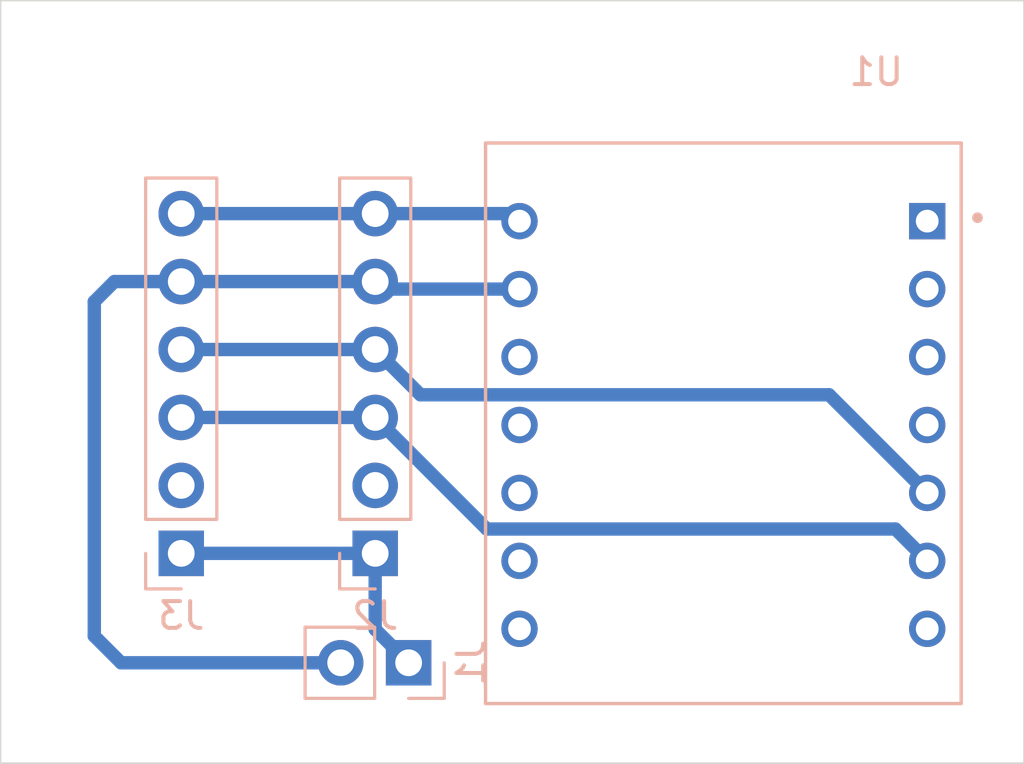
<source format=kicad_pcb>
(kicad_pcb (version 20240108) (generator "pcbnew") (generator_version "8.0")
  (layers (0 "F.Cu" signal) (31 "B.Cu" signal) (34 "B.Paste" user) (35 "F.Paste" user) (36 "B.SilkS" user "B.Silkscreen") (37 "F.SilkS" user "F.Silkscreen") (38 "B.Mask" user) (39 "F.Mask" user) (44 "Edge.Cuts" user))
  (net 0 "")
  (net 1 "GND")
  (net 2 "+5V")
  (net 3 "SDA")
  (net 4 "SCL")
  (net 5 "+3V3")
  (footprint "ESP32C3XIAO:ESP32C3XIAO" (layer "B.Cu") (at 139.015 80.5475 180)
    (property "Reference" "U1" (at -5.715 13.135 0) (layer "B.SilkS") (effects (justify mirror)))
    (property "Value" "ESP32C3XIAO" (hide yes))
    (fp_line (start 8.89 10.4775) (end -8.89 10.4775) (stroke (width 0.127)) (layer "B.SilkS"))
    (fp_line (start 8.89 -10.4775) (end 8.89 10.4775) (stroke (width 0.127)) (layer "B.SilkS"))
    (fp_line (start -8.89 10.4775) (end -8.89 -10.4775) (stroke (width 0.127)) (layer "B.SilkS"))
    (fp_line (start -8.89 -10.4775) (end 8.89 -10.4775) (stroke (width 0.127)) (layer "B.SilkS"))
    (fp_circle (center -9.5 7.6835) (end -9.4 7.6835) (stroke (width 0.2)) (fill none) (layer "B.SilkS"))
    (pad "1" thru_hole rect (at -7.62 7.5565 180) (size 1.358 1.358) (drill 0.85) (layers "*.Cu" "*.Mask"))
    (pad "2" thru_hole circle (at -7.62 5.0165 180) (size 1.358 1.358) (drill 0.85) (layers "*.Cu" "*.Mask"))
    (pad "3" thru_hole circle (at -7.62 2.4765 180) (size 1.358 1.358) (drill 0.85) (layers "*.Cu" "*.Mask"))
    (pad "4" thru_hole circle (at -7.62 -0.0635 180) (size 1.358 1.358) (drill 0.85) (layers "*.Cu" "*.Mask"))
    (pad "5" thru_hole circle (at -7.62 -2.6035 180) (size 1.358 1.358) (drill 0.85) (layers "*.Cu" "*.Mask") (net 3 "SDA"))
    (pad "6" thru_hole circle (at -7.62 -5.1435 180) (size 1.358 1.358) (drill 0.85) (layers "*.Cu" "*.Mask") (net 4 "SCL"))
    (pad "7" thru_hole circle (at -7.62 -7.6835 180) (size 1.358 1.358) (drill 0.85) (layers "*.Cu" "*.Mask"))
    (pad "8" thru_hole circle (at 7.62 -7.6835 180) (size 1.358 1.358) (drill 0.85) (layers "*.Cu" "*.Mask"))
    (pad "9" thru_hole circle (at 7.62 -5.1435 180) (size 1.358 1.358) (drill 0.85) (layers "*.Cu" "*.Mask"))
    (pad "10" thru_hole circle (at 7.62 -2.6035 180) (size 1.358 1.358) (drill 0.85) (layers "*.Cu" "*.Mask"))
    (pad "11" thru_hole circle (at 7.62 -0.0635 180) (size 1.358 1.358) (drill 0.85) (layers "*.Cu" "*.Mask"))
    (pad "12" thru_hole circle (at 7.62 2.4765 180) (size 1.358 1.358) (drill 0.85) (layers "*.Cu" "*.Mask"))
    (pad "13" thru_hole circle (at 7.62 5.0165 180) (size 1.358 1.358) (drill 0.85) (layers "*.Cu" "*.Mask") (net 1 "GND"))
    (pad "14" thru_hole circle (at 7.62 7.5565 180) (size 1.358 1.358) (drill 0.85) (layers "*.Cu" "*.Mask") (net 5 "+3V3"))
  )
  (footprint "Connector_PinHeader_2.54mm:PinHeader_1x06_P2.54mm_Vertical" (layer "B.Cu") (at 118.75 85.41)
    (property "Reference" "J3" (at 0 2.33 360) (layer "B.SilkS") (effects (justify mirror)))
    (property "Value" "Conn_01x06_Pin" (hide yes))
    (fp_line (start -1.33 -14.03) (end -1.33 -1.27) (stroke (width 0.12)) (layer "B.SilkS"))
    (fp_line (start -1.33 1.33) (end -1.33 0) (stroke (width 0.12)) (layer "B.SilkS"))
    (fp_line (start 0 1.33) (end -1.33 1.33) (stroke (width 0.12)) (layer "B.SilkS"))
    (fp_line (start 1.33 -14.03) (end -1.33 -14.03) (stroke (width 0.12)) (layer "B.SilkS"))
    (fp_line (start 1.33 -14.03) (end 1.33 -1.27) (stroke (width 0.12)) (layer "B.SilkS"))
    (fp_line (start 1.33 -1.27) (end -1.33 -1.27) (stroke (width 0.12)) (layer "B.SilkS"))
    (pad "1" thru_hole rect (at 0 0) (size 1.7 1.7) (drill 1) (layers "*.Cu" "*.Mask") (net 2 "+5V"))
    (pad "2" thru_hole oval (at 0 -2.54) (size 1.7 1.7) (drill 1) (layers "*.Cu" "*.Mask"))
    (pad "3" thru_hole oval (at 0 -5.08) (size 1.7 1.7) (drill 1) (layers "*.Cu" "*.Mask") (net 4 "SCL"))
    (pad "4" thru_hole oval (at 0 -7.62) (size 1.7 1.7) (drill 1) (layers "*.Cu" "*.Mask") (net 3 "SDA"))
    (pad "5" thru_hole oval (at 0 -10.16) (size 1.7 1.7) (drill 1) (layers "*.Cu" "*.Mask") (net 1 "GND"))
    (pad "6" thru_hole oval (at 0 -12.7) (size 1.7 1.7) (drill 1) (layers "*.Cu" "*.Mask") (net 5 "+3V3"))
  )
  (footprint "Connector_PinHeader_2.54mm:PinHeader_1x02_P2.54mm_Vertical" (layer "B.Cu") (at 127.25 89.5 90)
    (property "Reference" "J1" (at 0 2.33 90) (layer "B.SilkS") (effects (justify mirror)))
    (property "Value" "Conn_01x02_Pin" (hide yes))
    (fp_line (start 1.33 -3.87) (end -1.33 -3.87) (stroke (width 0.12)) (layer "B.SilkS"))
    (fp_line (start 1.33 -3.87) (end 1.33 -1.27) (stroke (width 0.12)) (layer "B.SilkS"))
    (fp_line (start -1.33 -3.87) (end -1.33 -1.27) (stroke (width 0.12)) (layer "B.SilkS"))
    (fp_line (start 1.33 -1.27) (end -1.33 -1.27) (stroke (width 0.12)) (layer "B.SilkS"))
    (fp_line (start 0 1.33) (end -1.33 1.33) (stroke (width 0.12)) (layer "B.SilkS"))
    (fp_line (start -1.33 1.33) (end -1.33 0) (stroke (width 0.12)) (layer "B.SilkS"))
    (pad "1" thru_hole rect (at 0 0 90) (size 1.7 1.7) (drill 1) (layers "*.Cu" "*.Mask") (net 2 "+5V"))
    (pad "2" thru_hole oval (at 0 -2.54 90) (size 1.7 1.7) (drill 1) (layers "*.Cu" "*.Mask") (net 1 "GND"))
  )
  (footprint "Connector_PinHeader_2.54mm:PinHeader_1x06_P2.54mm_Vertical" (layer "B.Cu") (at 126 85.41)
    (property "Reference" "J2" (at 0 2.33 0) (layer "B.SilkS") (effects (justify mirror)))
    (property "Value" "Conn_01x06_Pin" (hide yes))
    (fp_line (start -1.33 -14.03) (end -1.33 -1.27) (stroke (width 0.12)) (layer "B.SilkS"))
    (fp_line (start -1.33 1.33) (end -1.33 0) (stroke (width 0.12)) (layer "B.SilkS"))
    (fp_line (start 0 1.33) (end -1.33 1.33) (stroke (width 0.12)) (layer "B.SilkS"))
    (fp_line (start 1.33 -14.03) (end -1.33 -14.03) (stroke (width 0.12)) (layer "B.SilkS"))
    (fp_line (start 1.33 -14.03) (end 1.33 -1.27) (stroke (width 0.12)) (layer "B.SilkS"))
    (fp_line (start 1.33 -1.27) (end -1.33 -1.27) (stroke (width 0.12)) (layer "B.SilkS"))
    (pad "1" thru_hole rect (at 0 0) (size 1.7 1.7) (drill 1) (layers "*.Cu" "*.Mask") (net 2 "+5V"))
    (pad "2" thru_hole oval (at 0 -2.54) (size 1.7 1.7) (drill 1) (layers "*.Cu" "*.Mask"))
    (pad "3" thru_hole oval (at 0 -5.08) (size 1.7 1.7) (drill 1) (layers "*.Cu" "*.Mask") (net 4 "SCL"))
    (pad "4" thru_hole oval (at 0 -7.62) (size 1.7 1.7) (drill 1) (layers "*.Cu" "*.Mask") (net 3 "SDA"))
    (pad "5" thru_hole oval (at 0 -10.16) (size 1.7 1.7) (drill 1) (layers "*.Cu" "*.Mask") (net 1 "GND"))
    (pad "6" thru_hole oval (at 0 -12.7) (size 1.7 1.7) (drill 1) (layers "*.Cu" "*.Mask") (net 5 "+3V3"))
  )
  (gr_rect (start 112 64.75) (end 150.25 93.25) (stroke (width 0.05)) (fill none) (layer "Edge.Cuts"))
  (segment (start 116.25 75.25) (end 115.5 76) (width 0.5) (layer "B.Cu") (net 1))
  (segment (start 118.75 75.25) (end 126 75.25) (width 0.5) (layer "B.Cu") (net 1))
  (segment (start 126.281 75.531) (end 126 75.25) (width 0.5) (layer "B.Cu") (net 1))
  (segment (start 116.5 89.5) (end 124.71 89.5) (width 0.5) (layer "B.Cu") (net 1))
  (segment (start 131.395 75.531) (end 126.281 75.531) (width 0.5) (layer "B.Cu") (net 1))
  (segment (start 115.5 76) (end 115.5 88.5) (width 0.5) (layer "B.Cu") (net 1))
  (segment (start 118.75 75.25) (end 116.25 75.25) (width 0.5) (layer "B.Cu") (net 1))
  (segment (start 115.5 88.5) (end 116.5 89.5) (width 0.5) (layer "B.Cu") (net 1))
  (segment (start 126 88.25) (end 127.25 89.5) (width 0.5) (layer "B.Cu") (net 2))
  (segment (start 118.75 85.41) (end 126 85.41) (width 0.5) (layer "B.Cu") (net 2))
  (segment (start 126 85.41) (end 126 88.25) (width 0.5) (layer "B.Cu") (net 2))
  (segment (start 142.966 79.482) (end 127.692 79.482) (width 0.5) (layer "B.Cu") (net 3))
  (segment (start 118.75 77.79) (end 126 77.79) (width 0.5) (layer "B.Cu") (net 3))
  (segment (start 146.635 83.151) (end 142.966 79.482) (width 0.5) (layer "B.Cu") (net 3))
  (segment (start 127.692 79.482) (end 126 77.79) (width 0.5) (layer "B.Cu") (net 3))
  (segment (start 126 80.33) (end 118.75 80.33) (width 0.5) (layer "B.Cu") (net 4))
  (segment (start 130.17 84.5) (end 145.444 84.5) (width 0.5) (layer "B.Cu") (net 4))
  (segment (start 145.444 84.5) (end 146.635 85.691) (width 0.5) (layer "B.Cu") (net 4))
  (segment (start 126 80.33) (end 130.17 84.5) (width 0.5) (layer "B.Cu") (net 4))
  (segment (start 118.75 72.71) (end 126 72.71) (width 0.5) (layer "B.Cu") (net 5))
  (segment (start 131.114 72.71) (end 131.395 72.991) (width 0.5) (layer "B.Cu") (net 5))
  (segment (start 126 72.71) (end 131.114 72.71) (width 0.5) (layer "B.Cu") (net 5))
)
</source>
